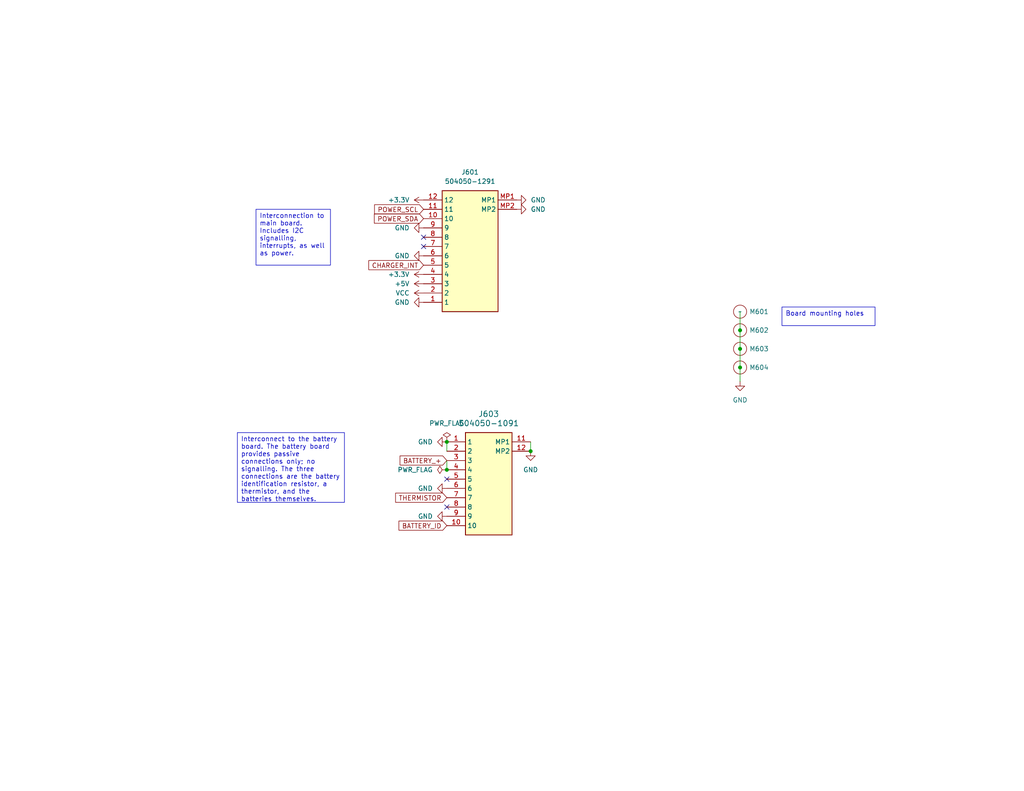
<source format=kicad_sch>
(kicad_sch (version 20230121) (generator eeschema)
  (paper "USLetter")
  (lib_symbols
    (symbol "Molex 504050-1091:504050-1091"
      (property "Reference" "J" (at 5.08 7.62 0))
      (property "Value" "504050-1091" (at 5.08 5.08 0))
      (symbol "504050-1091_1_1"
        (rectangle (start 5.08 2.54) (end 17.78 -25.4) (stroke (width 0.254)) (fill (type background)))
        (pin passive line (at 0 0 0) (length 5.08) (name "1") (number "1"))
        (pin passive line (at 0 -22.86 0) (length 5.08) (name "10") (number "10"))
        (pin passive line (at 22.86 0 180) (length 5.08) (name "MP1") (number "11"))
        (pin passive line (at 22.86 -2.54 180) (length 5.08) (name "MP2") (number "12"))
        (pin passive line (at 0 -2.54 0) (length 5.08) (name "2") (number "2"))
        (pin passive line (at 0 -5.08 0) (length 5.08) (name "3") (number "3"))
        (pin passive line (at 0 -7.62 0) (length 5.08) (name "4") (number "4"))
        (pin passive line (at 0 -10.16 0) (length 5.08) (name "5") (number "5"))
        (pin passive line (at 0 -12.7 0) (length 5.08) (name "6") (number "6"))
        (pin passive line (at 0 -15.24 0) (length 5.08) (name "7") (number "7"))
        (pin passive line (at 0 -17.78 0) (length 5.08) (name "8") (number "8"))
        (pin passive line (at 0 -20.32 0) (length 5.08) (name "9") (number "9"))
      )
    )
    (symbol "Molex 504050-1291:504050-1291"
      (property "Reference" "J" (at 21.59 7.62 0))
      (property "Value" "504050-1291" (at 21.59 5.08 0))
      (symbol "504050-1291_1_1"
        (rectangle (start 5.08 2.54) (end 20.32 -30.48) (stroke (width 0.254)) (fill (type background)))
        (pin passive line (at 0 -27.94 0) (length 5.08) (name "1") (number "1"))
        (pin passive line (at 0 -5.08 0) (length 5.08) (name "10") (number "10"))
        (pin passive line (at 0 -2.54 0) (length 5.08) (name "11") (number "11"))
        (pin passive line (at 0 0 0) (length 5.08) (name "12") (number "12"))
        (pin passive line (at 0 -25.4 0) (length 5.08) (name "2") (number "2"))
        (pin passive line (at 0 -22.86 0) (length 5.08) (name "3") (number "3"))
        (pin passive line (at 0 -20.32 0) (length 5.08) (name "4") (number "4"))
        (pin passive line (at 0 -17.78 0) (length 5.08) (name "5") (number "5"))
        (pin passive line (at 0 -15.24 0) (length 5.08) (name "6") (number "6"))
        (pin passive line (at 0 -12.7 0) (length 5.08) (name "7") (number "7"))
        (pin passive line (at 0 -10.16 0) (length 5.08) (name "8") (number "8"))
        (pin passive line (at 0 -7.62 0) (length 5.08) (name "9") (number "9"))
        (pin passive line (at 25.4 0 180) (length 5.08) (name "MP1") (number "MP1"))
        (pin passive line (at 25.4 -2.54 180) (length 5.08) (name "MP2") (number "MP2"))
      )
    )
    (symbol "mounting:Mounting_Hole_M3_ISO_7380" (in_bom no)
      (property "Reference" "M" (at 0 0 0))
      (symbol "Mounting_Hole_M3_ISO_7380_0_1"
        (circle (center 0 0) (radius 1.7961))
      )
      (symbol "Mounting_Hole_M3_ISO_7380_1_1"
        (pin passive line (at 0 0 0) (length 2.54) hide (name "Hole") (number "1"))
      )
    )
    (symbol "power:+3.3V" (power) (pin_names (offset 0))
      (property "Value" "+3.3V" (at 0 3.556 0))
      (symbol "+3.3V_0_1"
        (polyline (pts (xy -0.762 1.27) (xy 0 2.54)))
        (polyline (pts (xy 0 0) (xy 0 2.54)))
        (polyline (pts (xy 0 2.54) (xy 0.762 1.27)))
      )
      (symbol "+3.3V_1_1"
        (pin power_in line (at 0 0 90) (length 0) hide (name "+3.3V") (number "1"))
      )
    )
    (symbol "power:+5V" (power) (pin_names (offset 0))
      (property "Value" "+5V" (at 0 3.556 0))
      (symbol "+5V_0_1"
        (polyline (pts (xy -0.762 1.27) (xy 0 2.54)))
        (polyline (pts (xy 0 0) (xy 0 2.54)))
        (polyline (pts (xy 0 2.54) (xy 0.762 1.27)))
      )
      (symbol "+5V_1_1"
        (pin power_in line (at 0 0 90) (length 0) hide (name "+5V") (number "1"))
      )
    )
    (symbol "power:GND" (power) (pin_names (offset 0))
      (property "Value" "GND" (at 0 -3.81 0))
      (symbol "GND_0_1"
        (polyline (pts (xy 0 0) (xy 0 -1.27) (xy 1.27 -1.27) (xy 0 -2.54) (xy -1.27 -1.27) (xy 0 -1.27)))
      )
      (symbol "GND_1_1"
        (pin power_in line (at 0 0 270) (length 0) hide (name "GND") (number "1"))
      )
    )
    (symbol "power:PWR_FLAG" (power) (pin_numbers hide) (pin_names (offset 0) hide)
      (property "Value" "PWR_FLAG" (at 0 3.81 0))
      (symbol "PWR_FLAG_0_0"
        (pin power_out line (at 0 0 90) (length 0) (name "pwr") (number "1"))
      )
      (symbol "PWR_FLAG_0_1"
        (polyline (pts (xy 0 0) (xy 0 1.27) (xy -1.016 1.905) (xy 0 2.54) (xy 1.016 1.905) (xy 0 1.27)))
      )
    )
    (symbol "power:VCC" (power) (pin_names (offset 0))
      (property "Value" "VCC" (at 0 3.81 0))
      (symbol "VCC_0_1"
        (polyline (pts (xy -0.762 1.27) (xy 0 2.54)))
        (polyline (pts (xy 0 0) (xy 0 2.54)))
        (polyline (pts (xy 0 2.54) (xy 0.762 1.27)))
      )
      (symbol "VCC_1_1"
        (pin power_in line (at 0 0 90) (length 0) hide (name "VCC") (number "1"))
      )
    )
  )
  (junction (at 201.93 90.17))
  (junction (at 201.93 100.33))
  (junction (at 121.92 120.65))
  (junction (at 144.78 123.19))
  (junction (at 201.93 95.25))
  (junction (at 121.92 128.27))
  (no_connect (at 115.57 67.31))
  (no_connect (at 115.57 64.77))
  (no_connect (at 121.92 138.43))
  (no_connect (at 121.92 130.81))
  (wire (pts (xy 144.78 120.65) (xy 144.78 123.19)))
  (wire (pts (xy 201.93 95.25) (xy 201.93 100.33)))
  (wire (pts (xy 121.92 120.65) (xy 121.92 123.19)))
  (wire (pts (xy 121.92 125.73) (xy 121.92 128.27)))
  (wire (pts (xy 201.93 85.09) (xy 201.93 90.17)))
  (wire (pts (xy 201.93 90.17) (xy 201.93 95.25)))
  (wire (pts (xy 201.93 100.33) (xy 201.93 104.14)))
  (text_box "Interconnection to main board. Includes I2C signalling, interrupts, as well as power." (at 69.85 57.15 0) (size 20.32 15.24) (effects (font (size 1.27 1.27)) (justify left top)))
  (text_box "Interconnect to the battery board. The battery board provides passive connections only; no signalling. The three connections are the battery identification resistor, a thermistor, and the batteries themselves." (at 64.77 118.11 0) (size 29.21 19.05) (effects (font (size 1.27 1.27)) (justify left top)))
  (text_box "Board mounting holes" (at 213.36 83.82 0) (size 25.4 5.08) (effects (font (size 1.27 1.27)) (justify left top)))
  (global_label "THERMISTOR" (shape input) (at 121.92 135.89 180) (property "Intersheetrefs" "${INTERSHEET_REFS}" (at 107.3839 135.89 0) (effects (justify right))))
  (global_label "POWER_SDA" (shape input) (at 115.57 59.69 180) (property "Intersheetrefs" "${INTERSHEET_REFS}" (at 101.5782 59.69 0) (effects (justify right))))
  (global_label "BATTERY_ID" (shape input) (at 121.92 143.51 180) (property "Intersheetrefs" "${INTERSHEET_REFS}" (at 108.291 143.51 0) (effects (justify right))))
  (global_label "POWER_SCL" (shape input) (at 115.57 57.15 180) (property "Intersheetrefs" "${INTERSHEET_REFS}" (at 101.6387 57.15 0) (effects (justify right))))
  (global_label "BATTERY_+" (shape input) (at 121.92 125.73 180) (property "Intersheetrefs" "${INTERSHEET_REFS}" (at 108.5934 125.73 0) (effects (justify right))))
  (global_label "CHARGER_INT" (shape input) (at 115.57 72.39 180) (property "Intersheetrefs" "${INTERSHEET_REFS}" (at 100.0662 72.39 0) (effects (justify right))))
  (symbol (lib_id "Molex 504050-1291:504050-1291") (at 115.57 54.61 0) (unit 1)
    (property "Reference" "J601" (at 128.27 46.99 0))
    (property "Value" "504050-1291" (at 128.27 49.53 0))
    (property "Footprint" "footprints:5040501291" (effects hide))
    (property "Height" "2.15" (effects hide))
    (property "Manufacturer_Name" "Molex" (effects hide))
    (property "Manufacturer_Part_Number" "504050-1291" (effects hide))
    (property "Mouser Part Number" "538-504050-1291" (effects hide))
    (property "Mouser Price/Stock" "https://www.mouser.co.uk/ProductDetail/Molex/504050-1291?qs=IvkZ4pJZlB2rki3iIhyJgg%3D%3D" (effects hide))
    (property "MPN" "C563982" (effects hide))
    (property "Manufacturer" "MOLEX" (effects hide))
    (property "Manufacturer Part Number" "504050-1291" (effects hide))
    (property "Active" "Y" (effects hide))
  )
  (symbol (lib_id "power:GND") (at 140.97 54.61 90) (unit 1)
    (property "Reference" "#PWR0615" (effects hide))
    (property "Value" "GND" (at 144.78 54.61 90) (effects (justify right)))
  )
  (symbol (lib_id "power:GND") (at 140.97 57.15 90) (unit 1)
    (property "Reference" "#PWR0616" (effects hide))
    (property "Value" "GND" (at 144.78 57.15 90) (effects (justify right)))
  )
  (symbol (lib_id "power:GND") (at 121.92 133.35 270) (unit 1)
    (property "Reference" "#PWR04" (effects hide))
    (property "Value" "GND" (at 118.11 133.35 90) (effects (justify right)))
  )
  (symbol (lib_id "power:GND") (at 115.57 62.23 270) (unit 1)
    (property "Reference" "#PWR0602" (effects hide))
    (property "Value" "GND" (at 111.76 62.23 90) (effects (justify right)))
  )
  (symbol (lib_id "power:+5V") (at 115.57 77.47 90) (unit 1)
    (property "Reference" "#PWR0606" (effects hide))
    (property "Value" "+5V" (at 111.76 77.47 90) (effects (justify left)))
  )
  (symbol (lib_id "power:GND") (at 121.92 140.97 270) (unit 1)
    (property "Reference" "#PWR03" (effects hide))
    (property "Value" "GND" (at 118.11 140.97 90) (effects (justify right)))
  )
  (symbol (lib_id "mounting:Mounting_Hole_M3_ISO_7380") (at 201.93 100.33 0) (unit 1) (in_bom no)
    (property "Reference" "M604" (at 204.47 100.33 0) (effects (justify left)))
    (property "Value" "~" (at 201.93 100.33 0))
    (property "Footprint" "MountingHole:MountingHole_3.2mm_M3_ISO7380_Pad_TopBottom" (effects hide))
  )
  (symbol (lib_id "power:VCC") (at 115.57 80.01 90) (unit 1)
    (property "Reference" "#PWR0607" (effects hide))
    (property "Value" "VCC" (at 111.76 80.01 90) (effects (justify left)))
  )
  (symbol (lib_id "power:GND") (at 115.57 69.85 270) (unit 1)
    (property "Reference" "#PWR0604" (effects hide))
    (property "Value" "GND" (at 111.76 69.85 90) (effects (justify right)))
  )
  (symbol (lib_id "power:GND") (at 115.57 82.55 270) (unit 1)
    (property "Reference" "#PWR0608" (effects hide))
    (property "Value" "GND" (at 111.76 82.55 90) (effects (justify right)))
  )
  (symbol (lib_id "power:GND") (at 144.78 123.19 0) (unit 1)
    (property "Reference" "#PWR01" (effects hide))
    (property "Value" "GND" (at 144.78 128.27 0))
  )
  (symbol (lib_id "mounting:Mounting_Hole_M3_ISO_7380") (at 201.93 90.17 0) (unit 1) (in_bom no)
    (property "Reference" "M602" (at 204.47 90.17 0) (effects (justify left)))
    (property "Value" "~" (at 201.93 90.17 0))
    (property "Footprint" "MountingHole:MountingHole_3.2mm_M3_ISO7380_Pad_TopBottom" (effects hide))
  )
  (symbol (lib_id "power:PWR_FLAG") (at 121.92 128.27 90) (unit 1)
    (property "Reference" "#FLG0602" (effects hide))
    (property "Value" "PWR_FLAG" (at 118.11 128.27 90) (effects (justify left)))
  )
  (symbol (lib_id "power:PWR_FLAG") (at 121.92 120.65 0) (unit 1)
    (property "Reference" "#FLG01" (effects hide))
    (property "Value" "PWR_FLAG" (at 121.92 115.57 0))
  )
  (symbol (lib_id "power:GND") (at 201.93 104.14 0) (unit 1)
    (property "Reference" "#PWR0609" (effects hide))
    (property "Value" "GND" (at 201.93 109.22 0))
  )
  (symbol (lib_id "Molex 504050-1091:504050-1091") (at 121.92 120.65 0) (unit 1)
    (property "Reference" "J603" (at 133.35 113.03 0) (effects (font (size 1.524 1.524))))
    (property "Value" "504050-1091" (at 133.35 115.57 0) (effects (font (size 1.524 1.524))))
    (property "Footprint" "footprints:504050-1091" (effects hide))
    (property "Datasheet" "https://datasheet.datasheetarchive.com/originals/distributors/Datasheets_SAMA/78973205e9f4d17ddd54ea229574413e.pdf" (effects hide))
    (property "MPN" "C5375652" (effects hide))
    (property "Manufacturer" "MOLEX" (effects hide))
    (property "Manufacturer Part Number" "504050-1091" (effects hide))
    (property "Manufacturer_Name" "Molex" (effects hide))
    (property "Manufacturer_Part_Number" "504050-1091" (effects hide))
    (property "Mouser Part Number" "538-504050-1091" (effects hide))
    (property "Mouser Price/Stock" "https://www.mouser.co.uk/ProductDetail/Molex/504050-1091?qs=bvCPb%252BE7ys3Pdh2ki4M4Kw%3D%3D" (effects hide))
    (property "Active" "Y" (effects hide))
  )
  (symbol (lib_id "power:GND") (at 121.92 120.65 270) (unit 1)
    (property "Reference" "#PWR02" (effects hide))
    (property "Value" "GND" (at 118.11 120.65 90) (effects (justify right)))
  )
  (symbol (lib_id "power:+3.3V") (at 115.57 74.93 90) (unit 1)
    (property "Reference" "#PWR0605" (effects hide))
    (property "Value" "+3.3V" (at 111.76 74.93 90) (effects (justify left)))
  )
  (symbol (lib_id "power:+3.3V") (at 115.57 54.61 90) (unit 1)
    (property "Reference" "#PWR0601" (effects hide))
    (property "Value" "+3.3V" (at 111.76 54.61 90) (effects (justify left)))
  )
  (symbol (lib_id "mounting:Mounting_Hole_M3_ISO_7380") (at 201.93 95.25 0) (unit 1) (in_bom no)
    (property "Reference" "M603" (at 204.47 95.25 0) (effects (justify left)))
    (property "Value" "~" (at 201.93 95.25 0))
    (property "Footprint" "MountingHole:MountingHole_3.2mm_M3_ISO7380_Pad_TopBottom" (effects hide))
  )
  (symbol (lib_id "mounting:Mounting_Hole_M3_ISO_7380") (at 201.93 85.09 0) (unit 1) (in_bom no)
    (property "Reference" "M601" (at 204.47 85.09 0) (effects (justify left)))
    (property "Value" "~" (at 201.93 85.09 0))
    (property "Footprint" "MountingHole:MountingHole_3.2mm_M3_ISO7380_Pad_TopBottom" (effects hide))
  )
)
</source>
